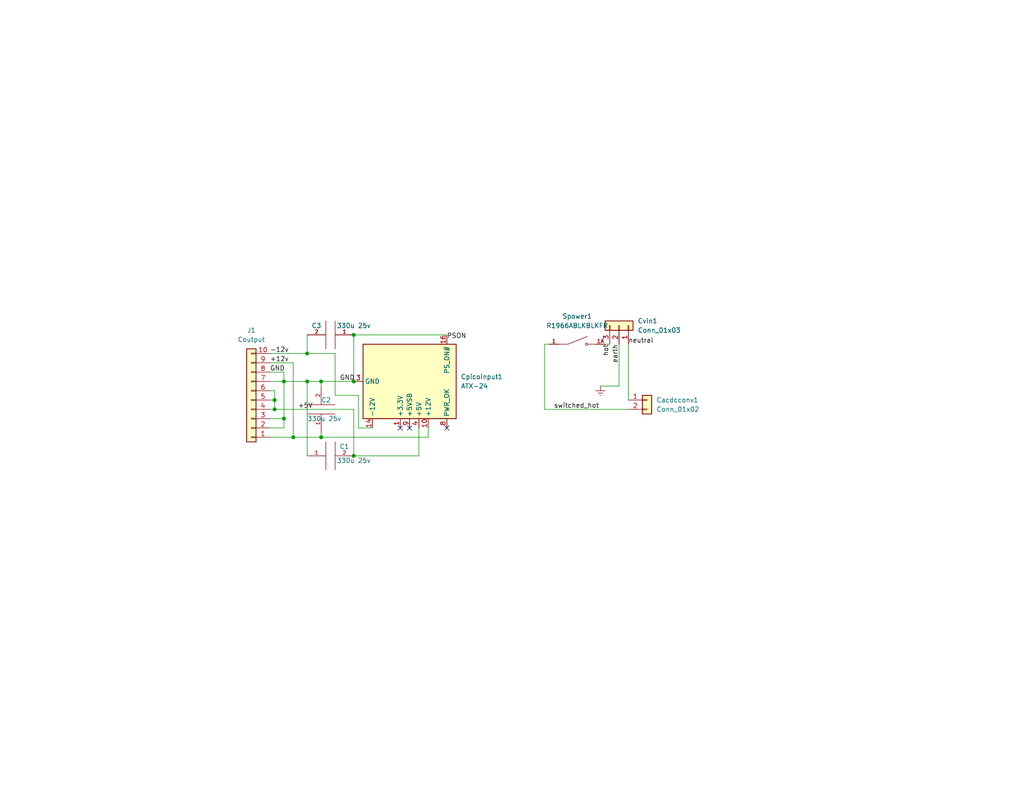
<source format=kicad_sch>
(kicad_sch (version 20211123) (generator eeschema)
  (paper "USLetter")
  (title_block (title "Tandy 1000EX Power Supply Adapter") (date "2022-09-26") (rev "1") (company "korgied"))
  (lib_symbols
    (symbol "Connector:ATX-24"
      (property "Reference" "J" (at -8.89 13.97 0))
      (property "Value" "ATX-24" (at 6.35 13.97 0))
      (symbol "ATX-24_0_1"
        (rectangle (start -10.16 12.7) (end 10.16 -12.7) (stroke (width 0.254)) (fill (type background)))
      )
      (symbol "ATX-24_1_1"
        (pin power_out line (at 12.7 -2.54 180) (length 2.54) (name "+3.3V") (number "1"))
        (pin power_out line (at 12.7 5.08 180) (length 2.54) (name "+12V") (number "10"))
        (pin passive line (at 12.7 5.08 180) (length 2.54) hide (name "+12V") (number "11"))
        (pin passive line (at 12.7 -2.54 180) (length 2.54) hide (name "+3.3V") (number "12"))
        (pin passive line (at 12.7 -2.54 180) (length 2.54) hide (name "+3.3V") (number "13"))
        (pin power_out line (at 12.7 -10.16 180) (length 2.54) (name "-12V") (number "14"))
        (pin passive line (at 0 -15.24 90) (length 2.54) hide (name "GND") (number "15"))
        (pin open_collector line (at -12.7 10.16 0) (length 2.54) (name "PS_ON#") (number "16"))
        (pin passive line (at 0 -15.24 90) (length 2.54) hide (name "GND") (number "17"))
        (pin passive line (at 0 -15.24 90) (length 2.54) hide (name "GND") (number "18"))
        (pin passive line (at 0 -15.24 90) (length 2.54) hide (name "GND") (number "19"))
        (pin passive line (at 12.7 -2.54 180) (length 2.54) hide (name "+3.3V") (number "2"))
        (pin no_connect line (at -10.16 0 0) (length 2.54) hide (name "NC") (number "20"))
        (pin passive line (at 12.7 2.54 180) (length 2.54) hide (name "+5V") (number "21"))
        (pin passive line (at 12.7 2.54 180) (length 2.54) hide (name "+5V") (number "22"))
        (pin passive line (at 12.7 2.54 180) (length 2.54) hide (name "+5V") (number "23"))
        (pin passive line (at 0 -15.24 90) (length 2.54) hide (name "GND") (number "24"))
        (pin power_out line (at 0 -15.24 90) (length 2.54) (name "GND") (number "3"))
        (pin power_out line (at 12.7 2.54 180) (length 2.54) (name "+5V") (number "4"))
        (pin passive line (at 0 -15.24 90) (length 2.54) hide (name "GND") (number "5"))
        (pin passive line (at 12.7 2.54 180) (length 2.54) hide (name "+5V") (number "6"))
        (pin passive line (at 0 -15.24 90) (length 2.54) hide (name "GND") (number "7"))
        (pin output line (at 12.7 10.16 180) (length 2.54) (name "PWR_OK") (number "8"))
        (pin power_out line (at 12.7 0 180) (length 2.54) (name "+5VSB") (number "9"))
      )
    )
    (symbol "Connector_Generic:Conn_01x02" (pin_names (offset 1.016) hide)
      (property "Reference" "J" (at 0 2.54 0))
      (property "Value" "Conn_01x02" (at 0 -5.08 0))
      (symbol "Conn_01x02_1_1"
        (rectangle (start -1.27 -2.413) (end 0 -2.667) (stroke (width 0.1524)))
        (rectangle (start -1.27 0.127) (end 0 -0.127) (stroke (width 0.1524)))
        (rectangle (start -1.27 1.27) (end 1.27 -3.81) (stroke (width 0.254)) (fill (type background)))
        (pin passive line (at -5.08 0 0) (length 3.81) (name "Pin_1") (number "1"))
        (pin passive line (at -5.08 -2.54 0) (length 3.81) (name "Pin_2") (number "2"))
      )
    )
    (symbol "Connector_Generic:Conn_01x03" (pin_names (offset 1.016) hide)
      (property "Reference" "J" (at 0 5.08 0))
      (property "Value" "Conn_01x03" (at 0 -5.08 0))
      (symbol "Conn_01x03_1_1"
        (rectangle (start -1.27 -2.413) (end 0 -2.667) (stroke (width 0.1524)))
        (rectangle (start -1.27 0.127) (end 0 -0.127) (stroke (width 0.1524)))
        (rectangle (start -1.27 2.667) (end 0 2.413) (stroke (width 0.1524)))
        (rectangle (start -1.27 3.81) (end 1.27 -3.81) (stroke (width 0.254)) (fill (type background)))
        (pin passive line (at -5.08 2.54 0) (length 3.81) (name "Pin_1") (number "1"))
        (pin passive line (at -5.08 0 0) (length 3.81) (name "Pin_2") (number "2"))
        (pin passive line (at -5.08 -2.54 0) (length 3.81) (name "Pin_3") (number "3"))
      )
    )
    (symbol "Connector_Generic:Conn_01x10" (pin_names (offset 1.016) hide)
      (property "Reference" "J" (at 0 12.7 0))
      (property "Value" "Conn_01x10" (at 0 -15.24 0))
      (symbol "Conn_01x10_1_1"
        (rectangle (start -1.27 -12.573) (end 0 -12.827) (stroke (width 0.1524)))
        (rectangle (start -1.27 -10.033) (end 0 -10.287) (stroke (width 0.1524)))
        (rectangle (start -1.27 -7.493) (end 0 -7.747) (stroke (width 0.1524)))
        (rectangle (start -1.27 -4.953) (end 0 -5.207) (stroke (width 0.1524)))
        (rectangle (start -1.27 -2.413) (end 0 -2.667) (stroke (width 0.1524)))
        (rectangle (start -1.27 0.127) (end 0 -0.127) (stroke (width 0.1524)))
        (rectangle (start -1.27 2.667) (end 0 2.413) (stroke (width 0.1524)))
        (rectangle (start -1.27 5.207) (end 0 4.953) (stroke (width 0.1524)))
        (rectangle (start -1.27 7.747) (end 0 7.493) (stroke (width 0.1524)))
        (rectangle (start -1.27 10.287) (end 0 10.033) (stroke (width 0.1524)))
        (rectangle (start -1.27 11.43) (end 1.27 -13.97) (stroke (width 0.254)) (fill (type background)))
        (pin passive line (at -5.08 10.16 0) (length 3.81) (name "Pin_1") (number "1"))
        (pin passive line (at -5.08 -12.7 0) (length 3.81) (name "Pin_10") (number "10"))
        (pin passive line (at -5.08 7.62 0) (length 3.81) (name "Pin_2") (number "2"))
        (pin passive line (at -5.08 5.08 0) (length 3.81) (name "Pin_3") (number "3"))
        (pin passive line (at -5.08 2.54 0) (length 3.81) (name "Pin_4") (number "4"))
        (pin passive line (at -5.08 0 0) (length 3.81) (name "Pin_5") (number "5"))
        (pin passive line (at -5.08 -2.54 0) (length 3.81) (name "Pin_6") (number "6"))
        (pin passive line (at -5.08 -5.08 0) (length 3.81) (name "Pin_7") (number "7"))
        (pin passive line (at -5.08 -7.62 0) (length 3.81) (name "Pin_8") (number "8"))
        (pin passive line (at -5.08 -10.16 0) (length 3.81) (name "Pin_9") (number "9"))
      )
    )
    (symbol "R1966ABLKBLKFR:R1966ABLKBLKFR" (pin_names (offset 1.016) hide)
      (property "Reference" "S" (at -2.54 2.54 0))
      (property "Value" "R1966ABLKBLKFR" (at -2.54 -2.54 0))
      (symbol "R1966ABLKBLKFR_0_0"
        (polyline (pts (xy -2.54 0) (xy -5.08 0)) (stroke (width 0.1524)))
        (polyline (pts (xy -2.54 0) (xy 2.794 2.1336)) (stroke (width 0.1524)))
        (polyline (pts (xy 5.08 0) (xy 2.921 0)) (stroke (width 0.1524)))
        (circle (center 2.54 0) (radius 0.3302) (stroke (width 0.1524)))
        (pin passive line (at -7.62 0 0) (length 2.54) (name "~") (number "1"))
        (pin passive line (at 7.62 0 180) (length 2.54) (name "~") (number "1A"))
      )
    )
    (symbol "power:Earth" (power) (pin_names (offset 0))
      (symbol "Earth_0_1"
        (polyline (pts (xy -0.635 -1.905) (xy 0.635 -1.905)))
        (polyline (pts (xy -0.127 -2.54) (xy 0.127 -2.54)))
        (polyline (pts (xy 0 -1.27) (xy 0 0)))
        (polyline (pts (xy 1.27 -1.27) (xy -1.27 -1.27)))
      )
      (symbol "Earth_1_1"
        (pin power_in line (at 0 0 270) (length 0) hide (name "Earth") (number "1"))
      )
    )
    (symbol "pspice:CAP" (pin_names (offset 0.254))
      (property "Reference" "C" (at 2.54 3.81 90))
      (property "Value" "CAP" (at 2.54 -3.81 90))
      (symbol "CAP_0_1"
        (polyline (pts (xy -3.81 -1.27) (xy 3.81 -1.27)))
        (polyline (pts (xy -3.81 1.27) (xy 3.81 1.27)))
      )
      (symbol "CAP_1_1"
        (pin passive line (at 0 6.35 270) (length 5.08) (name "~") (number "1"))
        (pin passive line (at 0 -6.35 90) (length 5.08) (name "~") (number "2"))
      )
    )
  )
  (junction (at 96.52 104.14))
  (junction (at 83.82 96.52))
  (junction (at 77.47 114.3))
  (junction (at 74.93 111.76))
  (junction (at 77.47 104.14))
  (junction (at 74.93 109.22))
  (junction (at 96.52 91.44))
  (junction (at 87.63 104.14))
  (junction (at 96.52 124.46))
  (junction (at 83.82 104.14))
  (junction (at 87.63 119.38))
  (junction (at 80.01 119.38))
  (no_connect (at 111.76 116.84))
  (no_connect (at 109.22 116.84))
  (no_connect (at 121.92 116.84))
  (wire (pts (xy 73.66 119.38) (xy 80.01 119.38)))
  (wire (pts (xy 149.86 93.98) (xy 148.59 93.98)))
  (wire (pts (xy 87.63 104.14) (xy 87.63 105.41)))
  (wire (pts (xy 83.82 104.14) (xy 83.82 124.46)))
  (wire (pts (xy 165.1 93.98) (xy 166.37 93.98)))
  (wire (pts (xy 74.93 109.22) (xy 74.93 111.76)))
  (wire (pts (xy 73.66 109.22) (xy 74.93 109.22)))
  (wire (pts (xy 96.52 104.14) (xy 96.52 91.44)))
  (wire (pts (xy 96.52 111.76) (xy 96.52 124.46)))
  (wire (pts (xy 77.47 101.6) (xy 77.47 104.14)))
  (wire (pts (xy 73.66 96.52) (xy 83.82 96.52)))
  (wire (pts (xy 97.79 107.95) (xy 97.79 116.84)))
  (wire (pts (xy 77.47 104.14) (xy 77.47 114.3)))
  (wire (pts (xy 116.84 119.38) (xy 116.84 116.84)))
  (wire (pts (xy 163.83 105.41) (xy 168.91 105.41)))
  (wire (pts (xy 77.47 114.3) (xy 77.47 116.84)))
  (wire (pts (xy 73.66 106.68) (xy 74.93 106.68)))
  (wire (pts (xy 87.63 104.14) (xy 96.52 104.14)))
  (wire (pts (xy 114.3 124.46) (xy 114.3 116.84)))
  (wire (pts (xy 168.91 93.98) (xy 168.91 105.41)))
  (wire (pts (xy 91.44 96.52) (xy 91.44 107.95)))
  (wire (pts (xy 80.01 119.38) (xy 80.01 99.06)))
  (wire (pts (xy 73.66 99.06) (xy 80.01 99.06)))
  (wire (pts (xy 97.79 116.84) (xy 101.6 116.84)))
  (wire (pts (xy 80.01 119.38) (xy 87.63 119.38)))
  (wire (pts (xy 74.93 106.68) (xy 74.93 109.22)))
  (wire (pts (xy 83.82 96.52) (xy 91.44 96.52)))
  (wire (pts (xy 87.63 118.11) (xy 87.63 119.38)))
  (wire (pts (xy 96.52 91.44) (xy 121.92 91.44)))
  (wire (pts (xy 73.66 114.3) (xy 77.47 114.3)))
  (wire (pts (xy 148.59 93.98) (xy 148.59 111.76)))
  (wire (pts (xy 91.44 107.95) (xy 97.79 107.95)))
  (wire (pts (xy 73.66 116.84) (xy 77.47 116.84)))
  (wire (pts (xy 77.47 104.14) (xy 83.82 104.14)))
  (wire (pts (xy 74.93 111.76) (xy 96.52 111.76)))
  (wire (pts (xy 73.66 101.6) (xy 77.47 101.6)))
  (wire (pts (xy 148.59 111.76) (xy 171.45 111.76)))
  (wire (pts (xy 83.82 104.14) (xy 87.63 104.14)))
  (wire (pts (xy 73.66 111.76) (xy 74.93 111.76)))
  (wire (pts (xy 171.45 93.98) (xy 171.45 109.22)))
  (wire (pts (xy 96.52 124.46) (xy 114.3 124.46)))
  (wire (pts (xy 83.82 91.44) (xy 83.82 96.52)))
  (wire (pts (xy 73.66 104.14) (xy 77.47 104.14)))
  (wire (pts (xy 87.63 119.38) (xy 116.84 119.38)))
  (label "PSON" (at 121.92 92.71 0))
  (label "switched_hot" (at 151.13 111.76 0))
  (label "neutral" (at 171.45 93.98 0))
  (label "GND" (at 92.71 104.14 0))
  (label "hot" (at 166.37 93.98 270))
  (label "GND" (at 73.66 101.6 0))
  (label "+5V" (at 81.28 111.76 0))
  (label "+12v" (at 73.66 99.06 0))
  (label "-12v" (at 73.66 96.52 0))
  (label "earth" (at 168.91 93.98 270))
  (symbol (lib_id "pspice:CAP") (at 90.17 124.46 90) (unit 1)
    (property "Reference" "C1" (at 93.98 121.92 90))
    (property "Value" "330u 25v" (at 96.52 125.73 90))
    (property "Footprint" "Capacitor_THT:C_Radial_D8.0mm_H7.0mm_P3.50mm" (effects hide))
  )
  (symbol (lib_id "power:Earth") (at 163.83 105.41 0) (unit 1)
    (property "Reference" "#PWR0101" (effects hide))
    (property "Value" "Earth" (effects hide))
  )
  (symbol (lib_id "R1966ABLKBLKFR:R1966ABLKBLKFR") (at 157.48 93.98 0) (unit 1)
    (property "Reference" "Spower1" (at 157.48 86.36 0))
    (property "Value" "R1966ABLKBLKFR" (at 157.48 88.9 0))
    (property "Footprint" "SW_R1966ABLKBLKFR" (effects hide))
    (property "STANDARD" "Manufacturer Recommendations" (effects hide))
    (property "PARTREV" "F" (effects hide))
    (property "MANUFACTURER" "E-Switch" (effects hide))
    (property "MAXIMUM_PACKAGE_HEIGHT" "14.8 mm" (effects hide))
  )
  (symbol (lib_id "Connector_Generic:Conn_01x03") (at 168.91 88.9 270) (mirror x) (unit 1)
    (property "Reference" "Cvin1" (at 173.99 87.6299 90) (effects (justify left)))
    (property "Value" "Conn_01x03" (at 173.99 90.1699 90) (effects (justify left)))
    (property "Footprint" "Connector_Molex:Molex_KK-396_5273-03A_1x03_P3.96mm_Vertical" (effects hide))
  )
  (symbol (lib_id "pspice:CAP") (at 87.63 111.76 180) (unit 1)
    (property "Reference" "C2" (at 87.63 109.22 0) (effects (justify right)))
    (property "Value" "330u 25v" (at 83.82 114.3 0) (effects (justify right)))
    (property "Footprint" "Capacitor_THT:C_Radial_D8.0mm_H7.0mm_P3.50mm" (effects hide))
  )
  (symbol (lib_id "Connector:ATX-24") (at 111.76 104.14 270) (unit 1)
    (property "Reference" "Cpicoinput1" (at 125.73 102.8699 90) (effects (justify left)))
    (property "Value" "ATX-24" (at 125.73 105.4099 90) (effects (justify left)))
    (property "Footprint" "Connector_Molex:Molex_Mini-Fit_Jr_5569-24A1_2x12_P4.20mm_Horizontal" (effects hide))
    (property "Datasheet" "https://www.intel.com/content/dam/www/public/us/en/documents/guides/power-supply-design-guide-june.pdf#page=33" (effects hide))
  )
  (symbol (lib_id "Connector_Generic:Conn_01x10") (at 68.58 109.22 180) (unit 1)
    (property "Reference" "J1" (at 68.58 90.17 0))
    (property "Value" "Coutput" (at 68.58 92.71 0))
    (property "Footprint" "Connector_Molex:Molex_KK-396_5273-10A_1x10_P3.96mm_Vertical" (effects hide))
  )
  (symbol (lib_id "Connector_Generic:Conn_01x02") (at 176.53 109.22 0) (unit 1)
    (property "Reference" "Cacdcconv1" (at 179.07 109.2199 0) (effects (justify left)))
    (property "Value" "Conn_01x02" (at 179.07 111.7599 0) (effects (justify left)))
    (property "Footprint" "Connector_JST:JST_VH_B2P3-VH_1x02_P7.92mm_Vertical" (effects hide))
  )
  (symbol (lib_id "pspice:CAP") (at 90.17 91.44 270) (unit 1)
    (property "Reference" "C3" (at 86.36 88.9 90))
    (property "Value" "330u 25v" (at 96.52 88.9 90))
    (property "Footprint" "Capacitor_THT:C_Radial_D8.0mm_H7.0mm_P3.50mm" (effects hide))
  )
)
</source>
